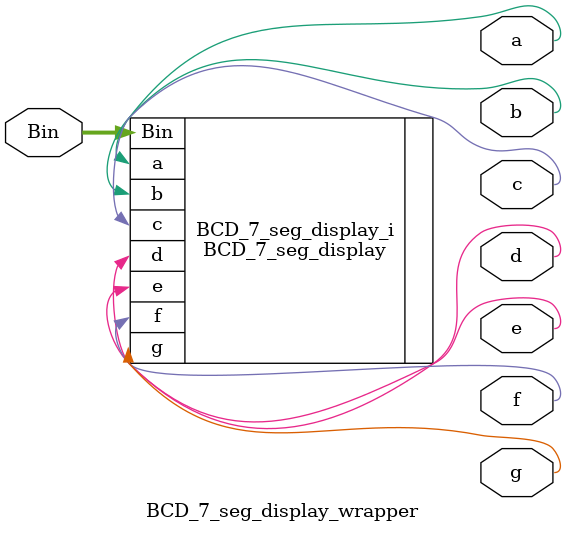
<source format=v>
`timescale 1 ps / 1 ps

module BCD_7_seg_display_wrapper
   (Bin,
    a,
    b,
    c,
    d,
    e,
    f,
    g);
  input [3:0]Bin;
  output [0:0]a;
  output [0:0]b;
  output [0:0]c;
  output [0:0]d;
  output [0:0]e;
  output [0:0]f;
  output [0:0]g;

  wire [3:0]Bin;
  wire [0:0]a;
  wire [0:0]b;
  wire [0:0]c;
  wire [0:0]d;
  wire [0:0]e;
  wire [0:0]f;
  wire [0:0]g;

  BCD_7_seg_display BCD_7_seg_display_i
       (.Bin(Bin),
        .a(a),
        .b(b),
        .c(c),
        .d(d),
        .e(e),
        .f(f),
        .g(g));
endmodule

</source>
